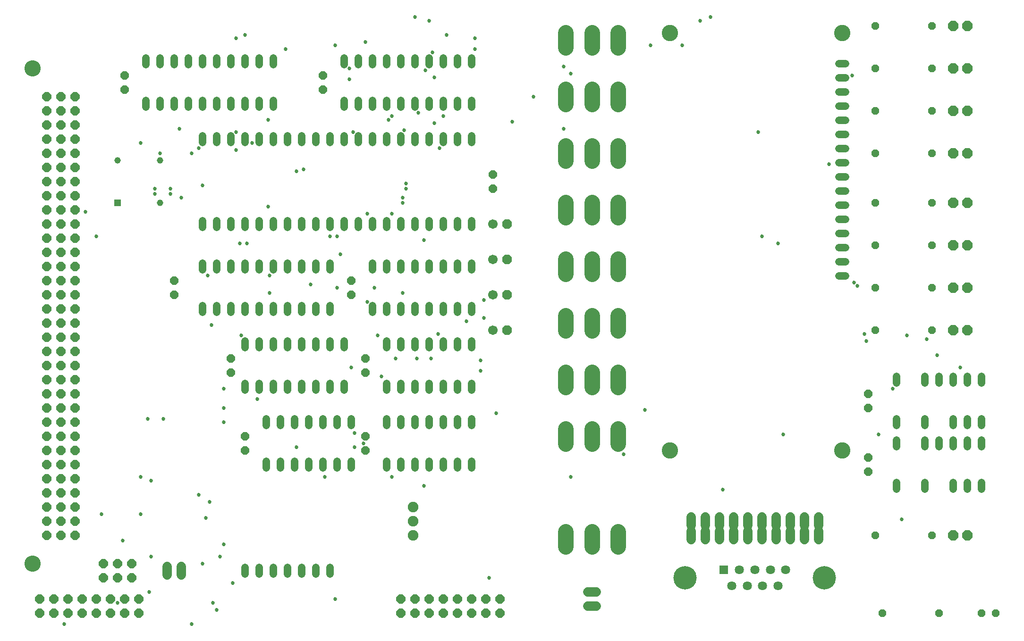
<source format=gbr>
G04 EAGLE Gerber RS-274X export*
G75*
%MOMM*%
%FSLAX34Y34*%
%LPD*%
%INSoldermask Top*%
%IPPOS*%
%AMOC8*
5,1,8,0,0,1.08239X$1,22.5*%
G01*
%ADD10P,1.787026X8X202.500000*%
%ADD11C,2.921000*%
%ADD12P,1.457113X8X202.500000*%
%ADD13C,1.346200*%
%ADD14C,1.627000*%
%ADD15R,1.627000X1.627000*%
%ADD16C,4.193000*%
%ADD17P,1.951982X8X22.500000*%
%ADD18C,2.832100*%
%ADD19P,1.787026X8X22.500000*%
%ADD20C,1.177000*%
%ADD21R,1.177000X1.177000*%
%ADD22C,1.651000*%
%ADD23C,1.327000*%
%ADD24C,2.927000*%
%ADD25C,1.905000*%
%ADD26P,1.842011X8X22.500000*%
%ADD27C,1.701800*%
%ADD28P,1.677055X8X112.500000*%
%ADD29C,0.685800*%


D10*
X50800Y177800D03*
X50800Y203200D03*
X50800Y228600D03*
X50800Y254000D03*
X50800Y279400D03*
X50800Y304800D03*
X50800Y330200D03*
X50800Y355600D03*
X50800Y381000D03*
X50800Y406400D03*
X50800Y431800D03*
X50800Y457200D03*
X50800Y482600D03*
X50800Y508000D03*
X50800Y533400D03*
X50800Y558800D03*
X76200Y177800D03*
X76200Y203200D03*
X76200Y228600D03*
X76200Y254000D03*
X76200Y279400D03*
X76200Y304800D03*
X76200Y330200D03*
X76200Y355600D03*
X76200Y381000D03*
X76200Y406400D03*
X76200Y431800D03*
X76200Y457200D03*
X76200Y482600D03*
X76200Y508000D03*
X76200Y533400D03*
X76200Y558800D03*
X101600Y177800D03*
X101600Y203200D03*
X101600Y228600D03*
X101600Y254000D03*
X101600Y279400D03*
X101600Y304800D03*
X101600Y330200D03*
X101600Y355600D03*
X101600Y381000D03*
X101600Y406400D03*
X101600Y431800D03*
X101600Y457200D03*
X101600Y482600D03*
X101600Y508000D03*
X101600Y533400D03*
X101600Y558800D03*
X50800Y584200D03*
X50800Y609600D03*
X50800Y635000D03*
X50800Y660400D03*
X50800Y685800D03*
X50800Y711200D03*
X50800Y736600D03*
X50800Y762000D03*
X50800Y787400D03*
X50800Y812800D03*
X50800Y838200D03*
X50800Y863600D03*
X50800Y889000D03*
X50800Y914400D03*
X50800Y939800D03*
X50800Y965200D03*
X76200Y584200D03*
X76200Y609600D03*
X76200Y635000D03*
X76200Y660400D03*
X76200Y685800D03*
X76200Y711200D03*
X76200Y736600D03*
X76200Y762000D03*
X76200Y787400D03*
X76200Y812800D03*
X76200Y838200D03*
X76200Y863600D03*
X76200Y889000D03*
X76200Y914400D03*
X76200Y939800D03*
X76200Y965200D03*
X101600Y584200D03*
X101600Y609600D03*
X101600Y635000D03*
X101600Y660400D03*
X101600Y685800D03*
X101600Y711200D03*
X101600Y736600D03*
X101600Y762000D03*
X101600Y787400D03*
X101600Y812800D03*
X101600Y838200D03*
X101600Y863600D03*
X101600Y889000D03*
X101600Y914400D03*
X101600Y939800D03*
X101600Y965200D03*
D11*
X25400Y1016064D03*
X25400Y126936D03*
D12*
X1752600Y38100D03*
X1727200Y38100D03*
X1651000Y38100D03*
X1549400Y38100D03*
D13*
X330200Y730504D02*
X330200Y742696D01*
X355600Y742696D02*
X355600Y730504D01*
X482600Y730504D02*
X482600Y742696D01*
X508000Y742696D02*
X508000Y730504D01*
X381000Y730504D02*
X381000Y742696D01*
X406400Y742696D02*
X406400Y730504D01*
X457200Y730504D02*
X457200Y742696D01*
X431800Y742696D02*
X431800Y730504D01*
X533400Y730504D02*
X533400Y742696D01*
X558800Y742696D02*
X558800Y730504D01*
X584200Y730504D02*
X584200Y742696D01*
X609600Y742696D02*
X609600Y730504D01*
X635000Y730504D02*
X635000Y742696D01*
X660400Y742696D02*
X660400Y730504D01*
X685800Y730504D02*
X685800Y742696D01*
X711200Y742696D02*
X711200Y730504D01*
X736600Y730504D02*
X736600Y742696D01*
X762000Y742696D02*
X762000Y730504D01*
X787400Y730504D02*
X787400Y742696D01*
X812800Y742696D02*
X812800Y730504D01*
X812800Y882904D02*
X812800Y895096D01*
X787400Y895096D02*
X787400Y882904D01*
X762000Y882904D02*
X762000Y895096D01*
X736600Y895096D02*
X736600Y882904D01*
X711200Y882904D02*
X711200Y895096D01*
X685800Y895096D02*
X685800Y882904D01*
X660400Y882904D02*
X660400Y895096D01*
X635000Y895096D02*
X635000Y882904D01*
X609600Y882904D02*
X609600Y895096D01*
X584200Y895096D02*
X584200Y882904D01*
X558800Y882904D02*
X558800Y895096D01*
X533400Y895096D02*
X533400Y882904D01*
X508000Y882904D02*
X508000Y895096D01*
X482600Y895096D02*
X482600Y882904D01*
X457200Y882904D02*
X457200Y895096D01*
X431800Y895096D02*
X431800Y882904D01*
X406400Y882904D02*
X406400Y895096D01*
X381000Y895096D02*
X381000Y882904D01*
X355600Y882904D02*
X355600Y895096D01*
X330200Y895096D02*
X330200Y882904D01*
X635000Y590296D02*
X635000Y578104D01*
X660400Y578104D02*
X660400Y590296D01*
X787400Y590296D02*
X787400Y578104D01*
X812800Y578104D02*
X812800Y590296D01*
X685800Y590296D02*
X685800Y578104D01*
X711200Y578104D02*
X711200Y590296D01*
X762000Y590296D02*
X762000Y578104D01*
X736600Y578104D02*
X736600Y590296D01*
X812800Y654304D02*
X812800Y666496D01*
X787400Y666496D02*
X787400Y654304D01*
X762000Y654304D02*
X762000Y666496D01*
X736600Y666496D02*
X736600Y654304D01*
X711200Y654304D02*
X711200Y666496D01*
X685800Y666496D02*
X685800Y654304D01*
X660400Y654304D02*
X660400Y666496D01*
X635000Y666496D02*
X635000Y654304D01*
D14*
X1279250Y87400D03*
X1306950Y87400D03*
X1334650Y87400D03*
X1362350Y87400D03*
X1376200Y115800D03*
X1348500Y115800D03*
X1320800Y115800D03*
X1293100Y115800D03*
D15*
X1265400Y115800D03*
D16*
X1195850Y101600D03*
X1445750Y101600D03*
D17*
X1676400Y177800D03*
X1701800Y177800D03*
D18*
X1075690Y342075D02*
X1075690Y369126D01*
X1028700Y369126D02*
X1028700Y342075D01*
X981710Y342075D02*
X981710Y369126D01*
X1075690Y443675D02*
X1075690Y470726D01*
X1028700Y470726D02*
X1028700Y443675D01*
X981710Y443675D02*
X981710Y470726D01*
X1075690Y545275D02*
X1075690Y572326D01*
X1028700Y572326D02*
X1028700Y545275D01*
X981710Y545275D02*
X981710Y572326D01*
X1075690Y646875D02*
X1075690Y673926D01*
X1028700Y673926D02*
X1028700Y646875D01*
X981710Y646875D02*
X981710Y673926D01*
X1075690Y748475D02*
X1075690Y775526D01*
X1028700Y775526D02*
X1028700Y748475D01*
X981710Y748475D02*
X981710Y775526D01*
X1075690Y850075D02*
X1075690Y877126D01*
X1028700Y877126D02*
X1028700Y850075D01*
X981710Y850075D02*
X981710Y877126D01*
X1075690Y951675D02*
X1075690Y978726D01*
X1028700Y978726D02*
X1028700Y951675D01*
X981710Y951675D02*
X981710Y978726D01*
X1075690Y1053275D02*
X1075690Y1080326D01*
X1028700Y1080326D02*
X1028700Y1053275D01*
X981710Y1053275D02*
X981710Y1080326D01*
D13*
X228600Y958596D02*
X228600Y946404D01*
X254000Y946404D02*
X254000Y958596D01*
X381000Y958596D02*
X381000Y946404D01*
X406400Y946404D02*
X406400Y958596D01*
X279400Y958596D02*
X279400Y946404D01*
X304800Y946404D02*
X304800Y958596D01*
X355600Y958596D02*
X355600Y946404D01*
X330200Y946404D02*
X330200Y958596D01*
X431800Y958596D02*
X431800Y946404D01*
X457200Y946404D02*
X457200Y958596D01*
X457200Y1022604D02*
X457200Y1034796D01*
X431800Y1034796D02*
X431800Y1022604D01*
X406400Y1022604D02*
X406400Y1034796D01*
X381000Y1034796D02*
X381000Y1022604D01*
X355600Y1022604D02*
X355600Y1034796D01*
X330200Y1034796D02*
X330200Y1022604D01*
X304800Y1022604D02*
X304800Y1034796D01*
X279400Y1034796D02*
X279400Y1022604D01*
X254000Y1022604D02*
X254000Y1034796D01*
X228600Y1034796D02*
X228600Y1022604D01*
D12*
X1638300Y177800D03*
X1536700Y177800D03*
D17*
X1676400Y546100D03*
X1701800Y546100D03*
X1676400Y622300D03*
X1701800Y622300D03*
X1676400Y698500D03*
X1701800Y698500D03*
X1676400Y774700D03*
X1701800Y774700D03*
X1676400Y863600D03*
X1701800Y863600D03*
X1676400Y939800D03*
X1701800Y939800D03*
X1676400Y1016000D03*
X1701800Y1016000D03*
X1676400Y1092200D03*
X1701800Y1092200D03*
D12*
X1638300Y546100D03*
X1536700Y546100D03*
X1638300Y622300D03*
X1536700Y622300D03*
X1638300Y698500D03*
X1536700Y698500D03*
X1638300Y774700D03*
X1536700Y774700D03*
X1638300Y863600D03*
X1536700Y863600D03*
X1638300Y939800D03*
X1536700Y939800D03*
X1638300Y1016000D03*
X1536700Y1016000D03*
X1638300Y1092200D03*
X1536700Y1092200D03*
D13*
X330200Y590296D02*
X330200Y578104D01*
X355600Y578104D02*
X355600Y590296D01*
X482600Y590296D02*
X482600Y578104D01*
X508000Y578104D02*
X508000Y590296D01*
X381000Y590296D02*
X381000Y578104D01*
X406400Y578104D02*
X406400Y590296D01*
X457200Y590296D02*
X457200Y578104D01*
X431800Y578104D02*
X431800Y590296D01*
X533400Y590296D02*
X533400Y578104D01*
X558800Y578104D02*
X558800Y590296D01*
X558800Y654304D02*
X558800Y666496D01*
X533400Y666496D02*
X533400Y654304D01*
X508000Y654304D02*
X508000Y666496D01*
X482600Y666496D02*
X482600Y654304D01*
X457200Y654304D02*
X457200Y666496D01*
X431800Y666496D02*
X431800Y654304D01*
X406400Y654304D02*
X406400Y666496D01*
X381000Y666496D02*
X381000Y654304D01*
X355600Y654304D02*
X355600Y666496D01*
X330200Y666496D02*
X330200Y654304D01*
X1727200Y348996D02*
X1727200Y336804D01*
X1701800Y336804D02*
X1701800Y348996D01*
X1676400Y348996D02*
X1676400Y336804D01*
X1651000Y336804D02*
X1651000Y348996D01*
X1625600Y348996D02*
X1625600Y336804D01*
X1574800Y336804D02*
X1574800Y348996D01*
X1574800Y272796D02*
X1574800Y260604D01*
X1625600Y260604D02*
X1625600Y272796D01*
X1676400Y272796D02*
X1676400Y260604D01*
X1701800Y260604D02*
X1701800Y272796D01*
X1727200Y272796D02*
X1727200Y260604D01*
X1727200Y451104D02*
X1727200Y463296D01*
X1701800Y463296D02*
X1701800Y451104D01*
X1676400Y451104D02*
X1676400Y463296D01*
X1651000Y463296D02*
X1651000Y451104D01*
X1625600Y451104D02*
X1625600Y463296D01*
X1574800Y463296D02*
X1574800Y451104D01*
X1574800Y387096D02*
X1574800Y374904D01*
X1625600Y374904D02*
X1625600Y387096D01*
X1676400Y387096D02*
X1676400Y374904D01*
X1701800Y374904D02*
X1701800Y387096D01*
X1727200Y387096D02*
X1727200Y374904D01*
X406400Y438404D02*
X406400Y450596D01*
X431800Y450596D02*
X431800Y438404D01*
X558800Y438404D02*
X558800Y450596D01*
X584200Y450596D02*
X584200Y438404D01*
X457200Y438404D02*
X457200Y450596D01*
X482600Y450596D02*
X482600Y438404D01*
X533400Y438404D02*
X533400Y450596D01*
X508000Y450596D02*
X508000Y438404D01*
X584200Y514604D02*
X584200Y526796D01*
X558800Y526796D02*
X558800Y514604D01*
X533400Y514604D02*
X533400Y526796D01*
X508000Y526796D02*
X508000Y514604D01*
X482600Y514604D02*
X482600Y526796D01*
X457200Y526796D02*
X457200Y514604D01*
X431800Y514604D02*
X431800Y526796D01*
X406400Y526796D02*
X406400Y514604D01*
D19*
X152400Y101600D03*
X152400Y127000D03*
X177800Y101600D03*
X177800Y127000D03*
X203200Y101600D03*
X203200Y127000D03*
D20*
X177800Y850900D03*
X254000Y850900D03*
X254000Y774700D03*
D21*
X177800Y774700D03*
D18*
X1075690Y184976D02*
X1075690Y157925D01*
X1028700Y157925D02*
X1028700Y184976D01*
X981710Y184976D02*
X981710Y157925D01*
D22*
X1021080Y50800D02*
X1036320Y50800D01*
X1036320Y76200D02*
X1021080Y76200D01*
D23*
X1471600Y1024900D02*
X1483600Y1024900D01*
X1483600Y999500D02*
X1471600Y999500D01*
X1471600Y974100D02*
X1483600Y974100D01*
X1483600Y948700D02*
X1471600Y948700D01*
X1471600Y923300D02*
X1483600Y923300D01*
X1483600Y897900D02*
X1471600Y897900D01*
X1471600Y872500D02*
X1483600Y872500D01*
X1483600Y847100D02*
X1471600Y847100D01*
X1471600Y821700D02*
X1483600Y821700D01*
X1483600Y796300D02*
X1471600Y796300D01*
X1471600Y770900D02*
X1483600Y770900D01*
X1483600Y745500D02*
X1471600Y745500D01*
X1471600Y720100D02*
X1483600Y720100D01*
X1483600Y694700D02*
X1471600Y694700D01*
X1471600Y669300D02*
X1483600Y669300D01*
X1483600Y643900D02*
X1471600Y643900D01*
D24*
X1168400Y1079500D03*
X1477600Y1079500D03*
X1477600Y330300D03*
X1168400Y330300D03*
D13*
X584200Y946404D02*
X584200Y958596D01*
X609600Y958596D02*
X609600Y946404D01*
X736600Y946404D02*
X736600Y958596D01*
X762000Y958596D02*
X762000Y946404D01*
X635000Y946404D02*
X635000Y958596D01*
X660400Y958596D02*
X660400Y946404D01*
X711200Y946404D02*
X711200Y958596D01*
X685800Y958596D02*
X685800Y946404D01*
X787400Y946404D02*
X787400Y958596D01*
X812800Y958596D02*
X812800Y946404D01*
X812800Y1022604D02*
X812800Y1034796D01*
X787400Y1034796D02*
X787400Y1022604D01*
X762000Y1022604D02*
X762000Y1034796D01*
X736600Y1034796D02*
X736600Y1022604D01*
X711200Y1022604D02*
X711200Y1034796D01*
X685800Y1034796D02*
X685800Y1022604D01*
X660400Y1022604D02*
X660400Y1034796D01*
X635000Y1034796D02*
X635000Y1022604D01*
X609600Y1022604D02*
X609600Y1034796D01*
X584200Y1034796D02*
X584200Y1022604D01*
X660400Y310896D02*
X660400Y298704D01*
X685800Y298704D02*
X685800Y310896D01*
X812800Y310896D02*
X812800Y298704D01*
X812800Y374904D02*
X812800Y387096D01*
X711200Y310896D02*
X711200Y298704D01*
X736600Y298704D02*
X736600Y310896D01*
X787400Y310896D02*
X787400Y298704D01*
X762000Y298704D02*
X762000Y310896D01*
X787400Y374904D02*
X787400Y387096D01*
X762000Y387096D02*
X762000Y374904D01*
X736600Y374904D02*
X736600Y387096D01*
X711200Y387096D02*
X711200Y374904D01*
X685800Y374904D02*
X685800Y387096D01*
X660400Y387096D02*
X660400Y374904D01*
D10*
X215900Y63500D03*
X215900Y38100D03*
X190500Y63500D03*
X190500Y38100D03*
X165100Y63500D03*
X165100Y38100D03*
X139700Y63500D03*
X139700Y38100D03*
X114300Y63500D03*
X114300Y38100D03*
X88900Y63500D03*
X88900Y38100D03*
X63500Y63500D03*
X63500Y38100D03*
X38100Y63500D03*
X38100Y38100D03*
D25*
X708025Y203200D03*
X708025Y228600D03*
X708025Y177800D03*
D10*
X863600Y63500D03*
X863600Y38100D03*
X838200Y63500D03*
X838200Y38100D03*
X812800Y63500D03*
X812800Y38100D03*
X787400Y63500D03*
X787400Y38100D03*
X762000Y63500D03*
X762000Y38100D03*
X736600Y63500D03*
X736600Y38100D03*
X711200Y63500D03*
X711200Y38100D03*
X685800Y63500D03*
X685800Y38100D03*
D13*
X444500Y298704D02*
X444500Y310896D01*
X469900Y310896D02*
X469900Y298704D01*
X596900Y298704D02*
X596900Y310896D01*
X596900Y374904D02*
X596900Y387096D01*
X495300Y310896D02*
X495300Y298704D01*
X520700Y298704D02*
X520700Y310896D01*
X571500Y310896D02*
X571500Y298704D01*
X546100Y298704D02*
X546100Y310896D01*
X571500Y374904D02*
X571500Y387096D01*
X546100Y387096D02*
X546100Y374904D01*
X520700Y374904D02*
X520700Y387096D01*
X495300Y387096D02*
X495300Y374904D01*
X469900Y374904D02*
X469900Y387096D01*
X444500Y387096D02*
X444500Y374904D01*
D22*
X1206500Y185420D02*
X1206500Y170180D01*
X1231900Y170180D02*
X1231900Y185420D01*
X1257300Y185420D02*
X1257300Y170180D01*
X1282700Y170180D02*
X1282700Y185420D01*
X1308100Y185420D02*
X1308100Y170180D01*
X1333500Y170180D02*
X1333500Y185420D01*
X1358900Y185420D02*
X1358900Y170180D01*
X1384300Y170180D02*
X1384300Y185420D01*
X1409700Y185420D02*
X1409700Y170180D01*
X1435100Y170180D02*
X1435100Y185420D01*
X1206500Y195580D02*
X1206500Y210820D01*
X1231900Y210820D02*
X1231900Y195580D01*
X1257300Y195580D02*
X1257300Y210820D01*
X1282700Y210820D02*
X1282700Y195580D01*
X1308100Y195580D02*
X1308100Y210820D01*
X1333500Y210820D02*
X1333500Y195580D01*
X1358900Y195580D02*
X1358900Y210820D01*
X1384300Y210820D02*
X1384300Y195580D01*
X1409700Y195580D02*
X1409700Y210820D01*
X1435100Y210820D02*
X1435100Y195580D01*
D26*
X876300Y673100D03*
D27*
X850900Y673100D03*
D26*
X876300Y609600D03*
D27*
X850900Y609600D03*
D26*
X876300Y546100D03*
D27*
X850900Y546100D03*
D26*
X876300Y736600D03*
D27*
X850900Y736600D03*
D28*
X1524000Y406400D03*
X1524000Y431800D03*
X1524000Y292100D03*
X1524000Y317500D03*
X850900Y800100D03*
X850900Y825500D03*
X596900Y609600D03*
X596900Y635000D03*
X381000Y469900D03*
X381000Y495300D03*
X622300Y469900D03*
X622300Y495300D03*
X622300Y330200D03*
X622300Y355600D03*
X406400Y330200D03*
X406400Y355600D03*
X279400Y609600D03*
X279400Y635000D03*
X546100Y977900D03*
X546100Y1003300D03*
X190500Y977900D03*
X190500Y1003300D03*
D22*
X266700Y121920D02*
X266700Y106680D01*
X292100Y106680D02*
X292100Y121920D01*
D13*
X660400Y438404D02*
X660400Y450596D01*
X685800Y450596D02*
X685800Y438404D01*
X812800Y438404D02*
X812800Y450596D01*
X812800Y514604D02*
X812800Y526796D01*
X711200Y450596D02*
X711200Y438404D01*
X736600Y438404D02*
X736600Y450596D01*
X787400Y450596D02*
X787400Y438404D01*
X762000Y438404D02*
X762000Y450596D01*
X787400Y514604D02*
X787400Y526796D01*
X762000Y526796D02*
X762000Y514604D01*
X736600Y514604D02*
X736600Y526796D01*
X711200Y526796D02*
X711200Y514604D01*
X685800Y514604D02*
X685800Y526796D01*
X660400Y526796D02*
X660400Y514604D01*
X406400Y120396D02*
X406400Y108204D01*
X431800Y108204D02*
X431800Y120396D01*
X457200Y120396D02*
X457200Y108204D01*
X482600Y108204D02*
X482600Y120396D01*
X508000Y120396D02*
X508000Y108204D01*
X533400Y108204D02*
X533400Y120396D01*
X558800Y120396D02*
X558800Y108204D01*
D29*
X339725Y644525D03*
X1241425Y1108075D03*
X711200Y1108075D03*
X622300Y1063625D03*
X323850Y873125D03*
X288925Y908050D03*
X1222375Y1101725D03*
X736600Y1101725D03*
X450850Y612775D03*
X419100Y882650D03*
X450850Y644525D03*
X1190625Y1057275D03*
X1133475Y1057275D03*
X568325Y1057275D03*
X447675Y923925D03*
X447675Y768350D03*
X1327150Y901700D03*
X746125Y1000125D03*
X717550Y936625D03*
X409575Y701675D03*
X139700Y714375D03*
X390525Y901700D03*
X390525Y869950D03*
X396875Y701675D03*
X1454150Y844550D03*
X755650Y873125D03*
X746125Y917575D03*
X330200Y806450D03*
X742950Y1044575D03*
X625475Y755650D03*
X688975Y784225D03*
X273050Y790575D03*
X244475Y790575D03*
X368300Y406400D03*
X368300Y381000D03*
X368300Y441325D03*
X187325Y168275D03*
X714375Y495300D03*
X828675Y473075D03*
X695325Y800100D03*
X273050Y800100D03*
X244475Y800100D03*
X219075Y215900D03*
X149225Y215900D03*
X669925Y755650D03*
X120650Y758825D03*
X254000Y863600D03*
X238125Y276225D03*
X990600Y282575D03*
X650875Y463550D03*
X406400Y1076325D03*
X768350Y1076325D03*
X593725Y1016000D03*
X977900Y908050D03*
X479425Y1050925D03*
X819150Y1050925D03*
X885825Y920750D03*
X593725Y996950D03*
X390525Y1069975D03*
X819150Y1069975D03*
X990600Y1006475D03*
X1362075Y701675D03*
X1568450Y441325D03*
X1498600Y631825D03*
X1593850Y536575D03*
X1504950Y625475D03*
X571500Y714375D03*
X1333500Y714375D03*
X1520825Y527050D03*
X571500Y622300D03*
X1628775Y530225D03*
X346075Y555625D03*
X342900Y238125D03*
X1689100Y479425D03*
X498475Y831850D03*
X923925Y965200D03*
X977900Y1019175D03*
X336550Y209550D03*
X1543050Y358775D03*
X1371600Y358775D03*
X619125Y342900D03*
X603250Y361950D03*
X384175Y92075D03*
X428625Y422275D03*
X368300Y161925D03*
X355600Y44450D03*
X349250Y57150D03*
X82550Y19050D03*
X311150Y19050D03*
X400050Y536575D03*
X238125Y139700D03*
X361950Y139700D03*
X596900Y479425D03*
X857250Y396875D03*
X177800Y57150D03*
X625475Y596900D03*
X803275Y561975D03*
X234950Y76200D03*
X260350Y387350D03*
X549275Y282575D03*
X219075Y282575D03*
X219075Y882650D03*
X231775Y387350D03*
X498475Y336550D03*
X511175Y835025D03*
X695325Y809625D03*
X752475Y539750D03*
X844550Y101600D03*
X330200Y127000D03*
X523875Y628650D03*
X568325Y63500D03*
X1085850Y323850D03*
X600075Y901700D03*
X692150Y904875D03*
X1495425Y1003300D03*
X730250Y1012825D03*
X669925Y930275D03*
X762000Y930275D03*
X663575Y923925D03*
X1647825Y501650D03*
X1584325Y206375D03*
X739775Y495300D03*
X828675Y492125D03*
X644525Y536575D03*
X1517650Y539750D03*
X1263650Y260350D03*
X603250Y336550D03*
X292100Y784225D03*
X688975Y774700D03*
X577850Y682625D03*
X558800Y714375D03*
X727075Y708025D03*
X676275Y495300D03*
X1123950Y403225D03*
X727075Y266700D03*
X311150Y863600D03*
X835025Y568325D03*
X835025Y600075D03*
X688975Y612775D03*
X638175Y622300D03*
X669925Y282575D03*
X323850Y250825D03*
M02*

</source>
